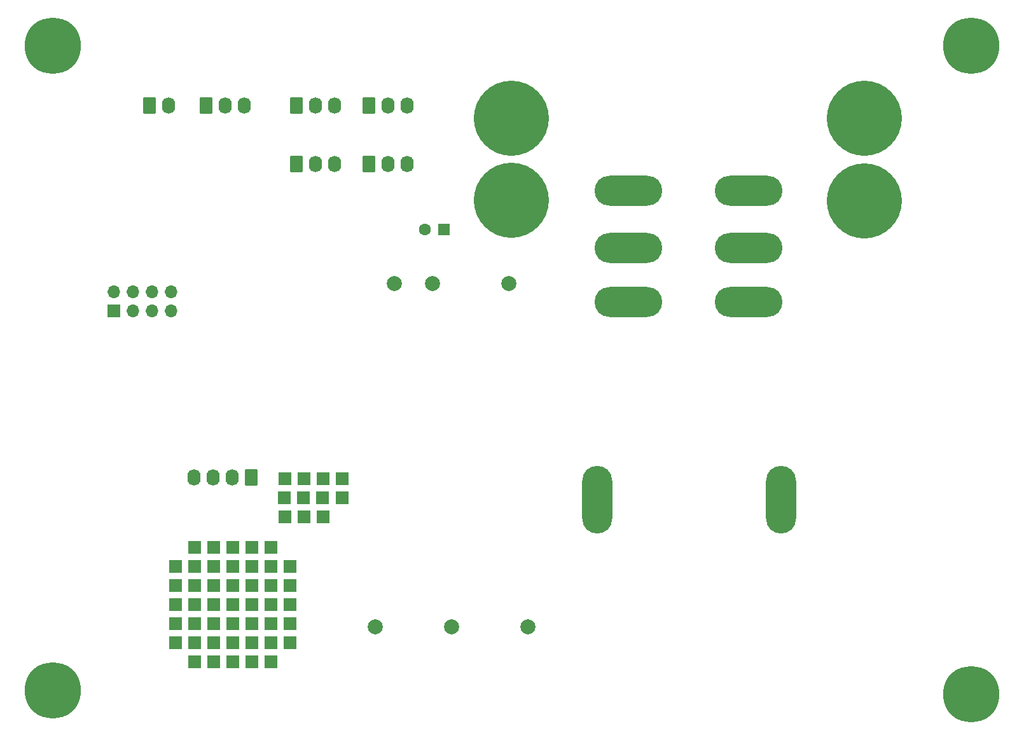
<source format=gbr>
%TF.GenerationSoftware,KiCad,Pcbnew,6.0.4-6f826c9f35~116~ubuntu20.04.1*%
%TF.CreationDate,2022-04-19T19:11:04+03:00*%
%TF.ProjectId,oskar_feet_rev1,6f736b61-725f-4666-9565-745f72657631,rev?*%
%TF.SameCoordinates,Original*%
%TF.FileFunction,Soldermask,Bot*%
%TF.FilePolarity,Negative*%
%FSLAX46Y46*%
G04 Gerber Fmt 4.6, Leading zero omitted, Abs format (unit mm)*
G04 Created by KiCad (PCBNEW 6.0.4-6f826c9f35~116~ubuntu20.04.1) date 2022-04-19 19:11:04*
%MOMM*%
%LPD*%
G01*
G04 APERTURE LIST*
G04 Aperture macros list*
%AMRoundRect*
0 Rectangle with rounded corners*
0 $1 Rounding radius*
0 $2 $3 $4 $5 $6 $7 $8 $9 X,Y pos of 4 corners*
0 Add a 4 corners polygon primitive as box body*
4,1,4,$2,$3,$4,$5,$6,$7,$8,$9,$2,$3,0*
0 Add four circle primitives for the rounded corners*
1,1,$1+$1,$2,$3*
1,1,$1+$1,$4,$5*
1,1,$1+$1,$6,$7*
1,1,$1+$1,$8,$9*
0 Add four rect primitives between the rounded corners*
20,1,$1+$1,$2,$3,$4,$5,0*
20,1,$1+$1,$4,$5,$6,$7,0*
20,1,$1+$1,$6,$7,$8,$9,0*
20,1,$1+$1,$8,$9,$2,$3,0*%
G04 Aperture macros list end*
%ADD10R,1.700000X1.700000*%
%ADD11RoundRect,0.250000X-0.620000X-0.845000X0.620000X-0.845000X0.620000X0.845000X-0.620000X0.845000X0*%
%ADD12O,1.740000X2.190000*%
%ADD13C,4.700000*%
%ADD14C,7.500000*%
%ADD15O,1.700000X1.700000*%
%ADD16C,10.000000*%
%ADD17O,4.000000X9.000000*%
%ADD18O,9.000000X4.000000*%
%ADD19C,2.000000*%
%ADD20RoundRect,0.250000X0.620000X0.845000X-0.620000X0.845000X-0.620000X-0.845000X0.620000X-0.845000X0*%
%ADD21R,1.600000X1.600000*%
%ADD22C,1.600000*%
G04 APERTURE END LIST*
D10*
%TO.C,J47*%
X79476600Y-143027400D03*
%TD*%
%TO.C,J40*%
X74396600Y-135407400D03*
%TD*%
%TO.C,J63*%
X88856200Y-126212600D03*
%TD*%
D11*
%TO.C,J2*%
X68386760Y-73970850D03*
D12*
X70926760Y-73970850D03*
%TD*%
D10*
%TO.C,J53*%
X79476600Y-145567400D03*
%TD*%
D13*
%TO.C,H3*%
X55499000Y-151892000D03*
D14*
X55499000Y-151892000D03*
%TD*%
D10*
%TO.C,J30*%
X79476600Y-148107400D03*
%TD*%
D13*
%TO.C,H4*%
X177800000Y-66040000D03*
D14*
X177800000Y-66040000D03*
%TD*%
D10*
%TO.C,J65*%
X86436200Y-128752600D03*
%TD*%
%TO.C,J1*%
X63627000Y-101346000D03*
D15*
X63627000Y-98806000D03*
X66167000Y-101346000D03*
X66167000Y-98806000D03*
X68707000Y-101346000D03*
X68707000Y-98806000D03*
X71247000Y-101346000D03*
X71247000Y-98806000D03*
%TD*%
D10*
%TO.C,J24*%
X87096600Y-140487400D03*
%TD*%
D11*
%TO.C,J6*%
X97586800Y-73958000D03*
D12*
X100126800Y-73958000D03*
X102666800Y-73958000D03*
%TD*%
D10*
%TO.C,J60*%
X91516200Y-123672600D03*
%TD*%
D16*
%TO.C,J8*%
X116586000Y-75653600D03*
X116586000Y-86653600D03*
%TD*%
D10*
%TO.C,J50*%
X82016600Y-140487400D03*
%TD*%
%TO.C,J54*%
X79476600Y-135407400D03*
%TD*%
%TO.C,J29*%
X84556600Y-148107400D03*
%TD*%
%TO.C,J22*%
X87096600Y-137947400D03*
%TD*%
%TO.C,J48*%
X74396600Y-145567400D03*
%TD*%
%TO.C,J12*%
X74396600Y-132867400D03*
%TD*%
%TO.C,J55*%
X76936600Y-137947400D03*
%TD*%
D11*
%TO.C,J4*%
X87916800Y-81808000D03*
D12*
X90456800Y-81808000D03*
X92996800Y-81808000D03*
%TD*%
D17*
%TO.C,K1*%
X127965200Y-126466600D03*
X152476200Y-126466600D03*
D18*
X132158200Y-85366600D03*
X148158200Y-85366600D03*
X132156200Y-92938600D03*
X148158200Y-92938600D03*
X132156200Y-100177600D03*
X148158200Y-100177600D03*
%TD*%
D10*
%TO.C,J32*%
X82016600Y-143027400D03*
%TD*%
%TO.C,J18*%
X71856600Y-145567400D03*
%TD*%
%TO.C,J62*%
X86316200Y-126212600D03*
%TD*%
%TO.C,J61*%
X94056200Y-123672600D03*
%TD*%
%TO.C,J21*%
X82016600Y-148107400D03*
%TD*%
D11*
%TO.C,J9*%
X75900455Y-73958000D03*
D12*
X78440455Y-73958000D03*
X80980455Y-73958000D03*
%TD*%
D19*
%TO.C,U4*%
X116255800Y-97744245D03*
X106095800Y-97744245D03*
X101015800Y-97744245D03*
X98475800Y-143464245D03*
X108635800Y-143464245D03*
X118795800Y-143464245D03*
%TD*%
D10*
%TO.C,J25*%
X87096600Y-143027400D03*
%TD*%
%TO.C,J64*%
X88976200Y-128752600D03*
%TD*%
D13*
%TO.C,H2*%
X55499000Y-66040000D03*
D14*
X55499000Y-66040000D03*
%TD*%
D10*
%TO.C,J59*%
X88976200Y-123672600D03*
%TD*%
D13*
%TO.C,H1*%
X177800000Y-152400000D03*
D14*
X177800000Y-152400000D03*
%TD*%
D10*
%TO.C,J28*%
X87096600Y-135407400D03*
%TD*%
%TO.C,J36*%
X84556600Y-143027400D03*
%TD*%
%TO.C,J38*%
X76936600Y-145567400D03*
%TD*%
%TO.C,J31*%
X76936600Y-135407400D03*
%TD*%
%TO.C,J11*%
X76936600Y-132867400D03*
%TD*%
%TO.C,J33*%
X84556600Y-137947400D03*
%TD*%
D16*
%TO.C,J7*%
X163525200Y-75704400D03*
X163525200Y-86704400D03*
%TD*%
D20*
%TO.C,J10*%
X81915000Y-123551000D03*
D12*
X79375000Y-123551000D03*
X76835000Y-123551000D03*
X74295000Y-123551000D03*
%TD*%
D10*
%TO.C,J66*%
X94056200Y-126212600D03*
%TD*%
%TO.C,J56*%
X91516200Y-128752600D03*
%TD*%
%TO.C,J20*%
X71856600Y-135407400D03*
%TD*%
%TO.C,J15*%
X79476600Y-132867400D03*
%TD*%
%TO.C,J39*%
X79476600Y-137947400D03*
%TD*%
%TO.C,J17*%
X84556600Y-132867400D03*
%TD*%
%TO.C,J44*%
X79476600Y-140487400D03*
%TD*%
%TO.C,J43*%
X84556600Y-135407400D03*
%TD*%
%TO.C,J13*%
X82016600Y-132867400D03*
%TD*%
D11*
%TO.C,J3*%
X97586800Y-81808000D03*
D12*
X100126800Y-81808000D03*
X102666800Y-81808000D03*
%TD*%
D10*
%TO.C,J19*%
X71856600Y-140487400D03*
%TD*%
%TO.C,J34*%
X76936600Y-143027400D03*
%TD*%
%TO.C,J52*%
X74396600Y-140487400D03*
%TD*%
%TO.C,J27*%
X76936600Y-148107400D03*
%TD*%
%TO.C,J42*%
X74396600Y-143027400D03*
%TD*%
%TO.C,J58*%
X86436200Y-123672600D03*
%TD*%
%TO.C,J49*%
X82016600Y-145567400D03*
%TD*%
%TO.C,J23*%
X87096600Y-145567400D03*
%TD*%
%TO.C,J16*%
X71856600Y-137947400D03*
%TD*%
%TO.C,J51*%
X76936600Y-140487400D03*
%TD*%
%TO.C,J37*%
X74396600Y-137947400D03*
%TD*%
%TO.C,J46*%
X82016600Y-137947400D03*
%TD*%
%TO.C,J67*%
X91396200Y-126212600D03*
%TD*%
D11*
%TO.C,J5*%
X87916800Y-73958000D03*
D12*
X90456800Y-73958000D03*
X92996800Y-73958000D03*
%TD*%
D10*
%TO.C,J45*%
X84556600Y-145567400D03*
%TD*%
%TO.C,J14*%
X71856600Y-143027400D03*
%TD*%
%TO.C,J35*%
X84556600Y-140487400D03*
%TD*%
%TO.C,J26*%
X74396600Y-148107400D03*
%TD*%
D21*
%TO.C,C12*%
X107578651Y-90551000D03*
D22*
X105078651Y-90551000D03*
%TD*%
D10*
%TO.C,J41*%
X82016600Y-135407400D03*
%TD*%
M02*

</source>
